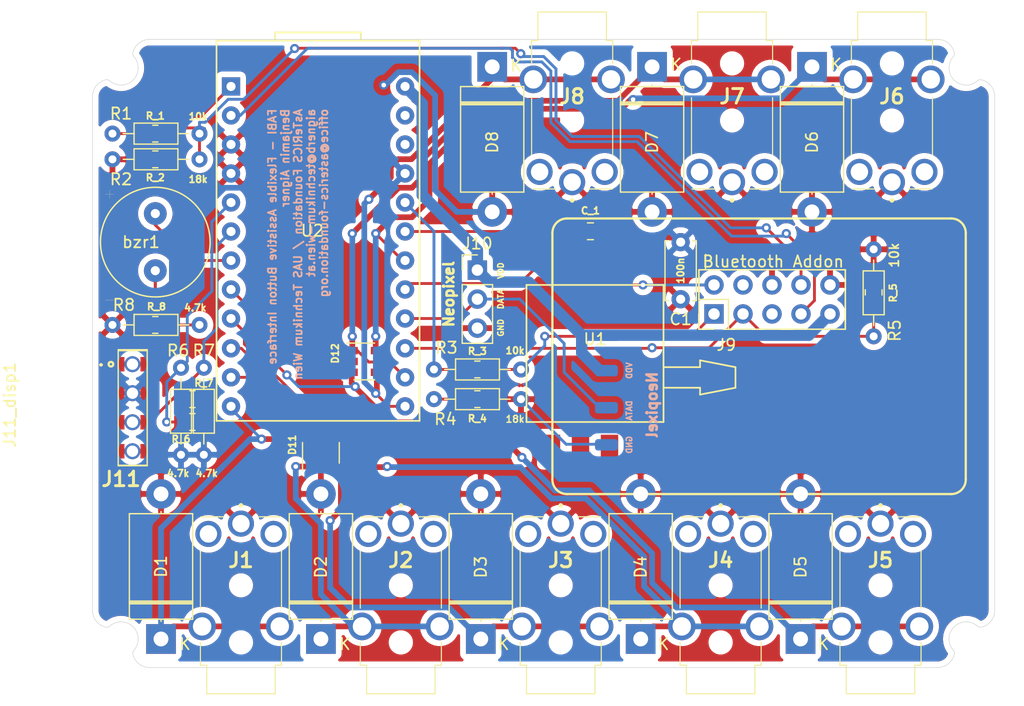
<source format=kicad_pcb>
(kicad_pcb (version 20171130) (host pcbnew "(5.1.8)-1")
  (layers (0 F.Cu signal) (31 B.Cu signal) (34 B.Paste user) (35 F.Paste user) (36 B.SilkS user) (37 F.SilkS user) (38 B.Mask user hide) (39 F.Mask user hide) (44 Edge.Cuts user))
  (net 0 "")
  (net 1 GND)
  (net 2 VCC)
  (net 3 AddOn_Pin3)
  (net 4 AddOn_Pin2)
  (net 5 AddOn_Pin1)
  (net 6 SCL)
  (net 7 SDA)
  (net 8 Buzzer_Pin)
  (net 9 ESP_AddOn_Pin1)
  (net 10 VDD)
  (net 11 "Net-(J1-Pad6SR)")
  (net 12 "Net-(J1-Pad2R)")
  (net 13 "Net-(J2-Pad6SR)")
  (net 14 "Net-(J2-Pad2R)")
  (net 15 "Net-(J3-Pad6SR)")
  (net 16 "Net-(J3-Pad2R)")
  (net 17 "Net-(J4-Pad6SR)")
  (net 18 "Net-(J4-Pad2R)")
  (net 19 "Net-(J5-Pad6SR)")
  (net 20 "Net-(J5-Pad2R)")
  (net 21 "Net-(J6-Pad6SR)")
  (net 22 "Net-(J6-Pad2R)")
  (net 23 "Net-(J7-Pad6SR)")
  (net 24 "Net-(J7-Pad2R)")
  (net 25 "Net-(J8-Pad6SR)")
  (net 26 "Net-(J8-Pad2R)")
  (net 27 "Net-(J9-Pad5)")
  (net 28 "Net-(J9-Pad4)")
  (net 29 "Net-(U1-Pad5)")
  (net 30 "Net-(U1-Pad6)")
  (net 31 "Net-(U1-Pad7)")
  (net 32 "Net-(U1-Pad8)")
  (net 33 "Net-(U1-Pad1)")
  (net 34 "Net-(U2-Pad23)")
  (net 35 "Net-(U2-Pad22)")
  (net 36 ESP_RX)
  (net 37 A_RX)
  (net 38 NEOPIXEL)
  (net 39 A_TX)
  (net 40 MPX)
  (net 41 "Net-(R8-Pad2)")
  (net 42 AUX_1)
  (net 43 AUX_2)
  (net 44 AUX_3)
  (net 45 AUX_4)
  (net 46 AUX_5)
  (net 47 AUX_6)
  (net 48 AUX_7)
  (net 49 AUX_8)
  (module Connector_Wire:SolderWirePad_1x01_SMD_1x2mm (layer B.Cu) (at 133.24 112.84 270)
    (fp_text reference J11_VDD1 hide)
    (fp_text value Conn_01x01_Male)
    (pad 1 smd roundrect (at 0 0 270) (size 1 2) (layers B.Cu B.Paste B.Mask) (net 10 VDD))
  )
  (module Connector_Wire:SolderWirePad_1x01_SMD_1x2mm (layer B.Cu) (at 133.24 119.34 270)
    (fp_text reference J11_GND1 hide)
    (fp_text value Conn_01x01_Male)
    (pad 1 smd roundrect (at 0 0 270) (size 1 2) (layers B.Cu B.Paste B.Mask) (net 1 GND))
  )
  (module Connector_Wire:SolderWirePad_1x01_SMD_1x2mm (layer B.Cu) (at 133.24 116.09 270)
    (fp_text reference J11_data1 hide)
    (fp_text value Conn_01x01_Male)
    (pad 1 smd roundrect (at 0 0 270) (size 1 2) (layers B.Cu B.Paste B.Mask) (net 38 NEOPIXEL))
  )
  (module Resistor_THT:R_Axial_DIN0204_L3.6mm_D1.6mm_P7.62mm_Horizontal (layer F.Cu) (at 118.14 112.74)
    (fp_text reference R3 (at 1.1 -1.9) (layer F.SilkS))
    (fp_text value 10k (at 7.1 -1.65) (layer F.SilkS) (effects (font (size 0.6 0.6))))
    (pad 2 thru_hole oval (at 7.62 0) (size 1.4 1.4) (drill 0.7) (layers *.Cu *.Mask) (net 9 ESP_AddOn_Pin1))
    (pad 1 thru_hole circle (at 0 0) (size 1.4 1.4) (drill 0.7) (layers *.Cu *.Mask) (net 5 AddOn_Pin1))
  )
  (module Resistor_THT:R_Axial_DIN0204_L3.6mm_D1.6mm_P7.62mm_Horizontal (layer F.Cu) (at 118.14 115.34)
    (fp_text reference R4 (at 1 1.75) (layer F.SilkS))
    (fp_text value 18k (at 7.1 1.75) (layer F.SilkS) (effects (font (size 0.6 0.6) (thickness 0.125))))
    (pad 2 thru_hole oval (at 7.62 0) (size 1.4 1.4) (drill 0.7) (layers *.Cu *.Mask) (net 1 GND))
    (pad 1 thru_hole circle (at 0 0) (size 1.4 1.4) (drill 0.7) (layers *.Cu *.Mask) (net 9 ESP_AddOn_Pin1))
  )
  (module SamacSys_Parts:FC68125 (layer F.Cu) (at 101.24 132.84 180)
    (fp_text reference J1 (at 0 3.4) (layer F.SilkS) (effects (font (size 1.27 1.27) (thickness 0.254))))
    (fp_text value Cliff_68125 hide)
    (pad MH2 np_thru_hole circle (at 0 1.2 180) (size 1.1 0) (drill 1.1) (layers *.Cu *.Mask))
    (pad MH1 np_thru_hole circle (at 0 -3.8 180) (size 1.1 0) (drill 1.1) (layers *.Cu *.Mask))
    (pad 6SR thru_hole circle (at 2.85 5.7 180) (size 2.285 2.285) (drill 1.5232) (layers *.Cu *.Mask) (net 11 "Net-(J1-Pad6SR)"))
    (pad 3T thru_hole circle (at 3.4 -2.4 180) (size 2.419 2.419) (drill 1.6125) (layers *.Cu *.Mask) (net 42 AUX_1))
    (pad 3T thru_hole circle (at -3.4 -2.4 180) (size 2.419 2.419) (drill 1.6125) (layers *.Cu *.Mask) (net 42 AUX_1))
    (pad 2R thru_hole circle (at -2.85 5.7 180) (size 2.285 2.285) (drill 1.5232) (layers *.Cu *.Mask) (net 12 "Net-(J1-Pad2R)"))
    (pad 1S thru_hole circle (at 0 6.6 180) (size 2.285 2.285) (drill 1.5232) (layers *.Cu *.Mask) (net 1 GND))
  )
  (module Resistor_THT:R_Axial_DIN0204_L3.6mm_D1.6mm_P7.62mm_Horizontal (layer F.Cu) (at 156.64 109.84 90)
    (fp_text reference R5 (at 0.5 1.85 90) (layer F.SilkS))
    (fp_text value 10k (at 7.1 1.8 90) (layer F.SilkS) (effects (font (size 0.8 0.8))))
    (pad 2 thru_hole oval (at 7.62 0 90) (size 1.4 1.4) (drill 0.7) (layers *.Cu *.Mask) (net 1 GND))
    (pad 1 thru_hole circle (at 0 0 90) (size 1.4 1.4) (drill 0.7) (layers *.Cu *.Mask) (net 3 AddOn_Pin3))
  )
  (module Resistor_SMD:R_0805_2012Metric_Pad1.20x1.40mm_HandSolder (layer F.Cu) (at 156.64 105.99 90)
    (fp_text reference R_5 (at -0.05 1.7 90) (layer F.SilkS) (effects (font (size 0.6 0.6))))
    (fp_text value 10k)
    (pad 2 smd roundrect (at 1 0 90) (size 1.2 1.4) (layers F.Cu F.Paste F.Mask) (roundrect_rratio 0.208333) (net 1 GND))
    (pad 1 smd roundrect (at -1 0 90) (size 1.2 1.4) (layers F.Cu F.Paste F.Mask) (roundrect_rratio 0.208333) (net 3 AddOn_Pin3))
  )
  (module FABI_customLibs:ProMicro (layer F.Cu) (at 107.99 100.59 270)
    (fp_text reference U2 (at 0 0.5 180) (layer F.SilkS))
    (fp_text value ProMicro)
    (pad 3 thru_hole circle (at -7.55 7.62 270) (size 1.6 1.6) (drill 0.8) (layers *.Cu *.Mask) (net 1 GND))
    (pad 7 thru_hole circle (at 2.61 7.62 270) (size 1.6 1.6) (drill 0.8) (layers *.Cu *.Mask) (net 8 Buzzer_Pin))
    (pad 5 thru_hole circle (at -2.47 7.62 270) (size 1.6 1.6) (drill 0.8) (layers *.Cu *.Mask) (net 7 SDA))
    (pad 10 thru_hole circle (at 10.3 7.62 270) (size 1.6 1.6) (drill 0.8) (layers *.Cu *.Mask) (net 44 AUX_3))
    (pad 8 thru_hole circle (at 5.15 7.62 270) (size 1.6 1.6) (drill 0.8) (layers *.Cu *.Mask) (net 46 AUX_5))
    (pad 4 thru_hole circle (at -5.01 7.62 270) (size 1.6 1.6) (drill 0.8) (layers *.Cu *.Mask) (net 1 GND))
    (pad 9 thru_hole circle (at 7.69 7.62 270) (size 1.6 1.6) (drill 0.8) (layers *.Cu *.Mask) (net 45 AUX_4))
    (pad 2 thru_hole circle (at -10.09 7.62 270) (size 1.6 1.6) (drill 0.8) (layers *.Cu *.Mask) (net 37 A_RX))
    (pad 1 thru_hole rect (at -12.63 7.62 270) (size 1.6 1.6) (drill 0.8) (layers *.Cu *.Mask) (net 39 A_TX))
    (pad 6 thru_hole circle (at 0.07 7.62 270) (size 1.6 1.6) (drill 0.8) (layers *.Cu *.Mask) (net 6 SCL))
    (pad 11 thru_hole circle (at 12.84 7.62 270) (size 1.6 1.6) (drill 0.8) (layers *.Cu *.Mask) (net 43 AUX_2))
    (pad 12 thru_hole circle (at 15.38 7.62 270) (size 1.6 1.6) (drill 0.8) (layers *.Cu *.Mask) (net 42 AUX_1))
    (pad 23 thru_hole circle (at -10.09 -7.62 270) (size 1.6 1.6) (drill 0.8) (layers *.Cu *.Mask) (net 34 "Net-(U2-Pad23)"))
    (pad 24 thru_hole circle (at -12.63 -7.62 270) (size 1.6 1.6) (drill 0.8) (layers *.Cu *.Mask) (net 10 VDD))
    (pad 22 thru_hole circle (at -7.55 -7.62 270) (size 1.6 1.6) (drill 0.8) (layers *.Cu *.Mask) (net 35 "Net-(U2-Pad22)"))
    (pad 21 thru_hole circle (at -5.01 -7.62 270) (size 1.6 1.6) (drill 0.8) (layers *.Cu *.Mask) (net 2 VCC))
    (pad 18 thru_hole circle (at 2.61 -7.62 270) (size 1.6 1.6) (drill 0.8) (layers *.Cu *.Mask) (net 47 AUX_6))
    (pad 17 thru_hole circle (at 5.15 -7.62 270) (size 1.6 1.6) (drill 0.8) (layers *.Cu *.Mask) (net 40 MPX))
    (pad 19 thru_hole circle (at 0.07 -7.62 270) (size 1.6 1.6) (drill 0.8) (layers *.Cu *.Mask) (net 4 AddOn_Pin2))
    (pad 20 thru_hole circle (at -2.47 -7.62 270) (size 1.6 1.6) (drill 0.8) (layers *.Cu *.Mask) (net 5 AddOn_Pin1))
    (pad 16 thru_hole circle (at 7.69 -7.62 270) (size 1.6 1.6) (drill 0.8) (layers *.Cu *.Mask) (net 38 NEOPIXEL))
    (pad 15 thru_hole circle (at 10.3 -7.62 270) (size 1.6 1.6) (drill 0.8) (layers *.Cu *.Mask) (net 3 AddOn_Pin3))
    (pad 14 thru_hole circle (at 12.84 -7.62 270) (size 1.6 1.6) (drill 0.8) (layers *.Cu *.Mask) (net 48 AUX_7))
    (pad 13 thru_hole circle (at 15.38 -7.62 270) (size 1.6 1.6) (drill 0.8) (layers *.Cu *.Mask) (net 49 AUX_8))
  )
  (module Package_TO_SOT_SMD:SOT-23-5 (layer F.Cu) (at 112.04 112.04)
    (fp_text reference D12 (at -2.55 -0.7 90) (layer F.SilkS) (effects (font (size 0.6 0.6))))
    (fp_text value SP0504BAHT)
    (pad 5 smd rect (at 1.1 -0.95) (size 1.06 0.65) (layers F.Cu F.Paste F.Mask) (net 47 AUX_6))
    (pad 4 smd rect (at 1.1 0.95) (size 1.06 0.65) (layers F.Cu F.Paste F.Mask) (net 49 AUX_8))
    (pad 3 smd rect (at -1.1 0.95) (size 1.06 0.65) (layers F.Cu F.Paste F.Mask) (net 46 AUX_5))
    (pad 2 smd rect (at -1.1 0) (size 1.06 0.65) (layers F.Cu F.Paste F.Mask) (net 1 GND))
    (pad 1 smd rect (at -1.1 -0.95) (size 1.06 0.65) (layers F.Cu F.Paste F.Mask) (net 48 AUX_7))
  )
  (module FABI_customLibs:OLED_display_091 (layer F.Cu) (at 90.49 116.09 90)
    (fp_text reference J11_disp1 (at 0.25 -9.5 90) (layer F.SilkS))
    (fp_text value Conn_01x04_Female)
  )
  (module SamacSys_Parts:FC68125 (layer F.Cu) (at 143.24 132.84 180)
    (fp_text reference J4 (at 0 3.4) (layer F.SilkS) (effects (font (size 1.27 1.27) (thickness 0.254))))
    (fp_text value Cliff_68125 hide)
    (pad MH2 np_thru_hole circle (at 0 1.2 180) (size 1.1 0) (drill 1.1) (layers *.Cu *.Mask))
    (pad MH1 np_thru_hole circle (at 0 -3.8 180) (size 1.1 0) (drill 1.1) (layers *.Cu *.Mask))
    (pad 6SR thru_hole circle (at 2.85 5.7 180) (size 2.285 2.285) (drill 1.5232) (layers *.Cu *.Mask) (net 17 "Net-(J4-Pad6SR)"))
    (pad 3T thru_hole circle (at 3.4 -2.4 180) (size 2.419 2.419) (drill 1.6125) (layers *.Cu *.Mask) (net 45 AUX_4))
    (pad 3T thru_hole circle (at -3.4 -2.4 180) (size 2.419 2.419) (drill 1.6125) (layers *.Cu *.Mask) (net 45 AUX_4))
    (pad 2R thru_hole circle (at -2.85 5.7 180) (size 2.285 2.285) (drill 1.5232) (layers *.Cu *.Mask) (net 18 "Net-(J4-Pad2R)"))
    (pad 1S thru_hole circle (at 0 6.6 180) (size 2.285 2.285) (drill 1.5232) (layers *.Cu *.Mask) (net 1 GND))
  )
  (module FABI_customLibs:91601304LF (layer F.Cu) (at 91.74 116.09 270)
    (fp_text reference J11 (at 6.25 1 180) (layer F.SilkS) (effects (font (size 1.27 1.27) (thickness 0.254))))
    (fp_text value dispaly_connector_91601-304LF hide)
    (pad 1 smd rect (at -3.81 1.4 270) (size 1.27 1.4) (layers F.Cu F.Paste F.Mask) (net 1 GND))
    (pad 1 smd rect (at -3.81 -1.4 270) (size 1.27 1.4) (layers F.Cu F.Paste F.Mask) (net 1 GND))
    (pad 3 smd rect (at -1.27 1.4 270) (size 1.27 1.4) (layers F.Cu F.Paste F.Mask) (net 2 VCC))
    (pad 3 smd rect (at -1.27 -1.4 270) (size 1.27 1.4) (layers F.Cu F.Paste F.Mask) (net 2 VCC))
    (pad 5 smd rect (at 1.27 1.4 270) (size 1.27 1.4) (layers F.Cu F.Paste F.Mask) (net 6 SCL))
    (pad 5 smd rect (at 1.27 -1.4 270) (size 1.27 1.4) (layers F.Cu F.Paste F.Mask) (net 6 SCL))
    (pad 7 smd rect (at 3.81 1.4 270) (size 1.27 1.4) (layers F.Cu F.Paste F.Mask) (net 7 SDA))
    (pad 7 smd rect (at 3.81 -1.4 270) (size 1.27 1.4) (layers F.Cu F.Paste F.Mask) (net 7 SDA))
    (pad 1 thru_hole circle (at -3.81 0 270) (size 1.4 1.4) (drill 1) (layers *.Cu *.Mask) (net 1 GND))
    (pad 3 thru_hole circle (at -1.27 0 270) (size 1.4 1.4) (drill 1) (layers *.Cu *.Mask) (net 2 VCC))
    (pad 5 thru_hole circle (at 1.27 0 270) (size 1.4 1.4) (drill 1) (layers *.Cu *.Mask) (net 6 SCL))
    (pad 7 thru_hole circle (at 3.81 0 270) (size 1.4 1.4) (drill 1) (layers *.Cu *.Mask) (net 7 SDA))
  )
  (module MPXV7007GP:MPXV7007GP (layer F.Cu) (at 132.24 111.34 90)
    (fp_text reference U1 (at 1.25 0 180) (layer F.SilkS))
    (fp_text value MPXV7007GP)
    (pad 4 smd rect (at 8.382 -3.81 90) (size 2.54 1.524) (layers F.Cu F.Paste F.Mask) (net 40 MPX))
    (pad 2 smd rect (at 8.382 1.27 90) (size 2.54 1.524) (layers F.Cu F.Paste F.Mask) (net 2 VCC))
    (pad 3 smd rect (at 8.382 -1.27 90) (size 2.54 1.524) (layers F.Cu F.Paste F.Mask) (net 1 GND))
    (pad 1 smd rect (at 8.382 3.81 90) (size 2.54 1.524) (layers F.Cu F.Paste F.Mask) (net 33 "Net-(U1-Pad1)"))
    (pad 8 smd rect (at -8.382 3.81 90) (size 2.54 1.524) (layers F.Cu F.Paste F.Mask) (net 32 "Net-(U1-Pad8)"))
    (pad 7 smd rect (at -8.382 1.27 90) (size 2.54 1.524) (layers F.Cu F.Paste F.Mask) (net 31 "Net-(U1-Pad7)"))
    (pad 6 smd rect (at -8.382 -1.27 90) (size 2.54 1.524) (layers F.Cu F.Paste F.Mask) (net 30 "Net-(U1-Pad6)"))
    (pad 5 smd rect (at -8.382 -3.81 90) (size 2.54 1.524) (layers F.Cu F.Paste F.Mask) (net 29 "Net-(U1-Pad5)"))
  )
  (module FABI_customLibs:ESP32_Addon (layer F.Cu) (at 147.76 106.62 90)
    (fp_text reference REF** hide)
    (fp_text value ESP32_Addon)
  )
  (module Resistor_SMD:R_0805_2012Metric_Pad1.20x1.40mm_HandSolder (layer F.Cu) (at 93.74 94.34 180)
    (fp_text reference R_2 (at 0 -1.6) (layer F.SilkS) (effects (font (size 0.6 0.6))))
    (fp_text value 18k)
    (pad 2 smd roundrect (at 1 0 180) (size 1.2 1.4) (layers F.Cu F.Paste F.Mask) (roundrect_rratio 0.208333) (net 1 GND))
    (pad 1 smd roundrect (at -1 0 180) (size 1.2 1.4) (layers F.Cu F.Paste F.Mask) (roundrect_rratio 0.208333) (net 36 ESP_RX))
  )
  (module Resistor_SMD:R_0805_2012Metric_Pad1.20x1.40mm_HandSolder (layer F.Cu) (at 93.74 92.09)
    (fp_text reference R_1 (at 0 -1.55) (layer F.SilkS) (effects (font (size 0.6 0.6))))
    (fp_text value 10k)
    (pad 2 smd roundrect (at 1 0) (size 1.2 1.4) (layers F.Cu F.Paste F.Mask) (roundrect_rratio 0.208333) (net 36 ESP_RX))
    (pad 1 smd roundrect (at -1 0) (size 1.2 1.4) (layers F.Cu F.Paste F.Mask) (roundrect_rratio 0.208333) (net 39 A_TX))
  )
  (module Resistor_THT:R_Axial_DIN0204_L3.6mm_D1.6mm_P7.62mm_Horizontal (layer F.Cu) (at 95.99 112.59 270)
    (fp_text reference R6 (at -1.5 0.25) (layer F.SilkS))
    (fp_text value 4.7k (at 9.25 0.25) (layer F.SilkS) (effects (font (size 0.6 0.6))))
    (pad 2 thru_hole oval (at 7.62 0 270) (size 1.4 1.4) (drill 0.7) (layers *.Cu *.Mask) (net 2 VCC))
    (pad 1 thru_hole circle (at 0 0 270) (size 1.4 1.4) (drill 0.7) (layers *.Cu *.Mask) (net 7 SDA))
  )
  (module Connector_PinHeader_2.54mm:PinHeader_2x05_P2.54mm_Vertical (layer F.Cu) (at 142.66 107.88 90)
    (fp_text reference J9 (at -2.71 1.08 180) (layer F.SilkS))
    (fp_text value Conn_02x05_Odd_Even)
    (pad 10 thru_hole oval (at 2.54 10.16 90) (size 1.7 1.7) (drill 1) (layers *.Cu *.Mask) (net 1 GND))
    (pad 9 thru_hole oval (at 0 10.16 90) (size 1.7 1.7) (drill 1) (layers *.Cu *.Mask) (net 10 VDD))
    (pad 8 thru_hole oval (at 2.54 7.62 90) (size 1.7 1.7) (drill 1) (layers *.Cu *.Mask) (net 36 ESP_RX))
    (pad 7 thru_hole oval (at 0 7.62 90) (size 1.7 1.7) (drill 1) (layers *.Cu *.Mask) (net 37 A_RX))
    (pad 6 thru_hole oval (at 2.54 5.08 90) (size 1.7 1.7) (drill 1) (layers *.Cu *.Mask) (net 1 GND))
    (pad 5 thru_hole oval (at 0 5.08 90) (size 1.7 1.7) (drill 1) (layers *.Cu *.Mask) (net 27 "Net-(J9-Pad5)"))
    (pad 4 thru_hole oval (at 2.54 2.54 90) (size 1.7 1.7) (drill 1) (layers *.Cu *.Mask) (net 28 "Net-(J9-Pad4)"))
    (pad 3 thru_hole oval (at 0 2.54 90) (size 1.7 1.7) (drill 1) (layers *.Cu *.Mask) (net 3 AddOn_Pin3))
    (pad 2 thru_hole oval (at 2.54 0 90) (size 1.7 1.7) (drill 1) (layers *.Cu *.Mask) (net 4 AddOn_Pin2))
    (pad 1 thru_hole rect (at 0 0 90) (size 1.7 1.7) (drill 1) (layers *.Cu *.Mask) (net 9 ESP_AddOn_Pin1))
  )
  (module SamacSys_Parts:FC68125 (layer F.Cu) (at 144.24 89.74)
    (fp_text reference J7 (at 0 -0.9) (layer F.SilkS) (effects (font (size 1.27 1.27) (thickness 0.254))))
    (fp_text value Cliff_68125 hide)
    (pad MH2 np_thru_hole circle (at 0 1.2) (size 1.1 0) (drill 1.1) (layers *.Cu *.Mask))
    (pad MH1 np_thru_hole circle (at 0 -3.8) (size 1.1 0) (drill 1.1) (layers *.Cu *.Mask))
    (pad 6SR thru_hole circle (at 2.85 5.7) (size 2.285 2.285) (drill 1.5232) (layers *.Cu *.Mask) (net 23 "Net-(J7-Pad6SR)"))
    (pad 3T thru_hole circle (at 3.4 -2.4) (size 2.419 2.419) (drill 1.6125) (layers *.Cu *.Mask) (net 48 AUX_7))
    (pad 3T thru_hole circle (at -3.4 -2.4) (size 2.419 2.419) (drill 1.6125) (layers *.Cu *.Mask) (net 48 AUX_7))
    (pad 2R thru_hole circle (at -2.85 5.7) (size 2.285 2.285) (drill 1.5232) (layers *.Cu *.Mask) (net 24 "Net-(J7-Pad2R)"))
    (pad 1S thru_hole circle (at 0 6.6) (size 2.285 2.285) (drill 1.5232) (layers *.Cu *.Mask) (net 1 GND))
  )
  (module SamacSys_Parts:FC68125 (layer F.Cu) (at 158.24 89.74)
    (fp_text reference J6 (at 0 -0.9) (layer F.SilkS) (effects (font (size 1.27 1.27) (thickness 0.254))))
    (fp_text value Cliff_68125 hide)
    (pad MH2 np_thru_hole circle (at 0 1.2) (size 1.1 0) (drill 1.1) (layers *.Cu *.Mask))
    (pad MH1 np_thru_hole circle (at 0 -3.8) (size 1.1 0) (drill 1.1) (layers *.Cu *.Mask))
    (pad 6SR thru_hole circle (at 2.85 5.7) (size 2.285 2.285) (drill 1.5232) (layers *.Cu *.Mask) (net 21 "Net-(J6-Pad6SR)"))
    (pad 3T thru_hole circle (at 3.4 -2.4) (size 2.419 2.419) (drill 1.6125) (layers *.Cu *.Mask) (net 47 AUX_6))
    (pad 3T thru_hole circle (at -3.4 -2.4) (size 2.419 2.419) (drill 1.6125) (layers *.Cu *.Mask) (net 47 AUX_6))
    (pad 2R thru_hole circle (at -2.85 5.7) (size 2.285 2.285) (drill 1.5232) (layers *.Cu *.Mask) (net 22 "Net-(J6-Pad2R)"))
    (pad 1S thru_hole circle (at 0 6.6) (size 2.285 2.285) (drill 1.5232) (layers *.Cu *.Mask) (net 1 GND))
  )
  (module SamacSys_Parts:FC68125 (layer F.Cu) (at 115.24 132.84 180)
    (fp_text reference J2 (at 0 3.4) (layer F.SilkS) (effects (font (size 1.27 1.27) (thickness 0.254))))
    (fp_text value Cliff_68125 hide)
    (pad MH2 np_thru_hole circle (at 0 1.2 180) (size 1.1 0) (drill 1.1) (layers *.Cu *.Mask))
    (pad MH1 np_thru_hole circle (at 0 -3.8 180) (size 1.1 0) (drill 1.1) (layers *.Cu *.Mask))
    (pad 6SR thru_hole circle (at 2.85 5.7 180) (size 2.285 2.285) (drill 1.5232) (layers *.Cu *.Mask) (net 13 "Net-(J2-Pad6SR)"))
    (pad 3T thru_hole circle (at 3.4 -2.4 180) (size 2.419 2.419) (drill 1.6125) (layers *.Cu *.Mask) (net 43 AUX_2))
    (pad 3T thru_hole circle (at -3.4 -2.4 180) (size 2.419 2.419) (drill 1.6125) (layers *.Cu *.Mask) (net 43 AUX_2))
    (pad 2R thru_hole circle (at -2.85 5.7 180) (size 2.285 2.285) (drill 1.5232) (layers *.Cu *.Mask) (net 14 "Net-(J2-Pad2R)"))
    (pad 1S thru_hole circle (at 0 6.6 180) (size 2.285 2.285) (drill 1.5232) (layers *.Cu *.Mask) (net 1 GND))
  )
  (module Connector_PinHeader_2.54mm:PinHeader_1x03_P2.54mm_Vertical (layer F.Cu) (at 121.94 104.04)
    (fp_text reference J10 (at 0 -2.33) (layer F.SilkS))
    (fp_text value Conn_01x03_Male)
    (pad 3 thru_hole oval (at 0 5.08) (size 1.7 1.7) (drill 1) (layers *.Cu *.Mask) (net 1 GND))
    (pad 2 thru_hole oval (at 0 2.54) (size 1.7 1.7) (drill 1) (layers *.Cu *.Mask) (net 38 NEOPIXEL))
    (pad 1 thru_hole rect (at 0 0) (size 1.7 1.7) (drill 1) (layers *.Cu *.Mask) (net 10 VDD))
  )
  (module Resistor_THT:R_Axial_DIN0204_L3.6mm_D1.6mm_P7.62mm_Horizontal (layer F.Cu) (at 97.99 112.59 270)
    (fp_text reference R7 (at -1.5 0 180) (layer F.SilkS))
    (fp_text value 4.7k (at 9.25 -0.25 180) (layer F.SilkS) (effects (font (size 0.6 0.6))))
    (pad 2 thru_hole oval (at 7.62 0 270) (size 1.4 1.4) (drill 0.7) (layers *.Cu *.Mask) (net 2 VCC))
    (pad 1 thru_hole circle (at 0 0 270) (size 1.4 1.4) (drill 0.7) (layers *.Cu *.Mask) (net 6 SCL))
  )
  (module Resistor_SMD:R_0805_2012Metric_Pad1.20x1.40mm_HandSolder (layer F.Cu) (at 121.94 115.34)
    (fp_text reference R_4 (at 0 1.7) (layer F.SilkS) (effects (font (size 0.6 0.6))))
    (fp_text value 18k)
    (pad 2 smd roundrect (at 1 0) (size 1.2 1.4) (layers F.Cu F.Paste F.Mask) (roundrect_rratio 0.208333) (net 1 GND))
    (pad 1 smd roundrect (at -1 0) (size 1.2 1.4) (layers F.Cu F.Paste F.Mask) (roundrect_rratio 0.208333) (net 9 ESP_AddOn_Pin1))
  )
  (module Resistor_SMD:R_0805_2012Metric_Pad1.20x1.40mm_HandSolder (layer F.Cu) (at 121.94 112.74)
    (fp_text reference R_3 (at 0 -1.6) (layer F.SilkS) (effects (font (size 0.6 0.6))))
    (fp_text value 10k)
    (pad 2 smd roundrect (at 1 0) (size 1.2 1.4) (layers F.Cu F.Paste F.Mask) (roundrect_rratio 0.208333) (net 9 ESP_AddOn_Pin1))
    (pad 1 smd roundrect (at -1 0) (size 1.2 1.4) (layers F.Cu F.Paste F.Mask) (roundrect_rratio 0.208333) (net 5 AddOn_Pin1))
  )
  (module SamacSys_Parts:FC68125 (layer F.Cu) (at 130.24 89.74)
    (fp_text reference J8 (at 0 -0.9) (layer F.SilkS) (effects (font (size 1.27 1.27) (thickness 0.254))))
    (fp_text value Cliff_68125 hide)
    (pad MH2 np_thru_hole circle (at 0 1.2) (size 1.1 0) (drill 1.1) (layers *.Cu *.Mask))
    (pad MH1 np_thru_hole circle (at 0 -3.8) (size 1.1 0) (drill 1.1) (layers *.Cu *.Mask))
    (pad 6SR thru_hole circle (at 2.85 5.7) (size 2.285 2.285) (drill 1.5232) (layers *.Cu *.Mask) (net 25 "Net-(J8-Pad6SR)"))
    (pad 3T thru_hole circle (at 3.4 -2.4) (size 2.419 2.419) (drill 1.6125) (layers *.Cu *.Mask) (net 49 AUX_8))
    (pad 3T thru_hole circle (at -3.4 -2.4) (size 2.419 2.419) (drill 1.6125) (layers *.Cu *.Mask) (net 49 AUX_8))
    (pad 2R thru_hole circle (at -2.85 5.7) (size 2.285 2.285) (drill 1.5232) (layers *.Cu *.Mask) (net 26 "Net-(J8-Pad2R)"))
    (pad 1S thru_hole circle (at 0 6.6) (size 2.285 2.285) (drill 1.5232) (layers *.Cu *.Mask) (net 1 GND))
  )
  (module SamacSys_Parts:FC68125 (layer F.Cu) (at 157.24 132.84 180)
    (fp_text reference J5 (at 0 3.4) (layer F.SilkS) (effects (font (size 1.27 1.27) (thickness 0.254))))
    (fp_text value Cliff_68125 hide)
    (pad MH2 np_thru_hole circle (at 0 1.2 180) (size 1.1 0) (drill 1.1) (layers *.Cu *.Mask))
    (pad MH1 np_thru_hole circle (at 0 -3.8 180) (size 1.1 0) (drill 1.1) (layers *.Cu *.Mask))
    (pad 6SR thru_hole circle (at 2.85 5.7 180) (size 2.285 2.285) (drill 1.5232) (layers *.Cu *.Mask) (net 19 "Net-(J5-Pad6SR)"))
    (pad 3T thru_hole circle (at 3.4 -2.4 180) (size 2.419 2.419) (drill 1.6125) (layers *.Cu *.Mask) (net 46 AUX_5))
    (pad 3T thru_hole circle (at -3.4 -2.4 180) (size 2.419 2.419) (drill 1.6125) (layers *.Cu *.Mask) (net 46 AUX_5))
    (pad 2R thru_hole circle (at -2.85 5.7 180) (size 2.285 2.285) (drill 1.5232) (layers *.Cu *.Mask) (net 20 "Net-(J5-Pad2R)"))
    (pad 1S thru_hole circle (at 0 6.6 180) (size 2.285 2.285) (drill 1.5232) (layers *.Cu *.Mask) (net 1 GND))
  )
  (module SamacSys_Parts:FC68125 (layer F.Cu) (at 129.24 132.84 180)
    (fp_text reference J3 (at 0 3.4) (layer F.SilkS) (effects (font (size 1.27 1.27) (thickness 0.254))))
    (fp_text value Cliff_68125 hide)
    (pad MH2 np_thru_hole circle (at 0 1.2 180) (size 1.1 0) (drill 1.1) (layers *.Cu *.Mask))
    (pad MH1 np_thru_hole circle (at 0 -3.8 180) (size 1.1 0) (drill 1.1) (layers *.Cu *.Mask))
    (pad 6SR thru_hole circle (at 2.85 5.7 180) (size 2.285 2.285) (drill 1.5232) (layers *.Cu *.Mask) (net 15 "Net-(J3-Pad6SR)"))
    (pad 3T thru_hole circle (at 3.4 -2.4 180) (size 2.419 2.419) (drill 1.6125) (layers *.Cu *.Mask) (net 44 AUX_3))
    (pad 3T thru_hole circle (at -3.4 -2.4 180) (size 2.419 2.419) (drill 1.6125) (layers *.Cu *.Mask) (net 44 AUX_3))
    (pad 2R thru_hole circle (at -2.85 5.7 180) (size 2.285 2.285) (drill 1.5232) (layers *.Cu *.Mask) (net 16 "Net-(J3-Pad2R)"))
    (pad 1S thru_hole circle (at 0 6.6 180) (size 2.285 2.285) (drill 1.5232) (layers *.Cu *.Mask) (net 1 GND))
  )
  (module Resistor_SMD:R_0805_2012Metric_Pad1.20x1.40mm_HandSolder (layer F.Cu) (at 93.74 108.84)
    (fp_text reference R_8 (at 0.1 -1.6 180) (layer F.SilkS) (effects (font (size 0.6 0.6))))
    (fp_text value 4.7k)
    (pad 2 smd roundrect (at 1 0) (size 1.2 1.4) (layers F.Cu F.Paste F.Mask) (roundrect_rratio 0.208333) (net 41 "Net-(R8-Pad2)"))
    (pad 1 smd roundrect (at -1 0) (size 1.2 1.4) (layers F.Cu F.Paste F.Mask) (roundrect_rratio 0.208333) (net 1 GND))
  )
  (module Resistor_SMD:R_0805_2012Metric_Pad1.20x1.40mm_HandSolder (layer F.Cu) (at 96.99 117.34)
    (fp_text reference R_6 (at -1 1.5) (layer F.SilkS) (effects (font (size 0.6 0.6))))
    (fp_text value 4.7k)
    (pad 2 smd roundrect (at 1 0) (size 1.2 1.4) (layers F.Cu F.Paste F.Mask) (roundrect_rratio 0.208333) (net 2 VCC))
    (pad 1 smd roundrect (at -1 0) (size 1.2 1.4) (layers F.Cu F.Paste F.Mask) (roundrect_rratio 0.208333) (net 7 SDA))
  )
  (module Resistor_SMD:R_0805_2012Metric_Pad1.20x1.40mm_HandSolder (layer F.Cu) (at 96.99 115.34)
    (fp_text reference R_7 (at 1 -1.4) (layer F.SilkS) (effects (font (size 0.6 0.6))))
    (fp_text value 4.7k)
    (pad 2 smd roundrect (at 1 0) (size 1.2 1.4) (layers F.Cu F.Paste F.Mask) (roundrect_rratio 0.208333) (net 2 VCC))
    (pad 1 smd roundrect (at -1 0) (size 1.2 1.4) (layers F.Cu F.Paste F.Mask) (roundrect_rratio 0.208333) (net 6 SCL))
  )
  (module Capacitor_SMD:C_0805_2012Metric_Pad1.18x1.45mm_HandSolder (layer F.Cu) (at 131.84 100.64 180)
    (fp_text reference C_1 (at 0 1.8) (layer F.SilkS) (effects (font (size 0.6 0.6))))
    (fp_text value 100n)
    (pad 2 smd roundrect (at 1.0375 0 180) (size 1.175 1.45) (layers F.Cu F.Paste F.Mask) (roundrect_rratio 0.212766) (net 1 GND))
    (pad 1 smd roundrect (at -1.0375 0 180) (size 1.175 1.45) (layers F.Cu F.Paste F.Mask) (roundrect_rratio 0.212766) (net 2 VCC))
  )
  (module Capacitor_THT:C_Disc_D5.0mm_W2.5mm_P5.00mm (layer F.Cu) (at 139.74 101.59 270)
    (fp_text reference C1 (at 6.75 0 180) (layer F.SilkS))
    (fp_text value 100n (at 2.5 0 270) (layer F.SilkS) (effects (font (size 0.6 0.6))))
    (pad 2 thru_hole circle (at 5 0 270) (size 1.6 1.6) (drill 0.8) (layers *.Cu *.Mask) (net 1 GND))
    (pad 1 thru_hole circle (at 0 0 270) (size 1.6 1.6) (drill 0.8) (layers *.Cu *.Mask) (net 2 VCC))
  )
  (module Diode_THT:D_DO-201AE_P12.70mm_Horizontal (layer F.Cu) (at 123.24 86.24 270)
    (fp_text reference D8 (at 6.6 0 270) (layer F.SilkS))
    (fp_text value P6KE6.8A)
    (fp_text user K (at -0.1 -2.1 180) (layer F.SilkS))
    (pad 2 thru_hole oval (at 12.7 0 270) (size 2.6 2.6) (drill 1.3) (layers *.Cu *.Mask) (net 1 GND))
    (pad 1 thru_hole rect (at 0 0 270) (size 2.6 2.6) (drill 1.3) (layers *.Cu *.Mask) (net 49 AUX_8))
  )
  (module Diode_THT:D_DO-201AE_P12.70mm_Horizontal (layer F.Cu) (at 137.24 86.24 270)
    (fp_text reference D7 (at 6.6 0 90) (layer F.SilkS))
    (fp_text value P6KE6.8A)
    (fp_text user K (at -0.2 -2.1 180) (layer F.SilkS))
    (pad 2 thru_hole oval (at 12.7 0 270) (size 2.6 2.6) (drill 1.3) (layers *.Cu *.Mask) (net 1 GND))
    (pad 1 thru_hole rect (at 0 0 270) (size 2.6 2.6) (drill 1.3) (layers *.Cu *.Mask) (net 48 AUX_7))
  )
  (module Diode_THT:D_DO-201AE_P12.70mm_Horizontal (layer F.Cu) (at 151.24 86.24 270)
    (fp_text reference D6 (at 6.6 0 90) (layer F.SilkS))
    (fp_text value P6KE6.8A)
    (fp_text user K (at -0.2 -2.1 180) (layer F.SilkS))
    (pad 2 thru_hole oval (at 12.7 0 270) (size 2.6 2.6) (drill 1.3) (layers *.Cu *.Mask) (net 1 GND))
    (pad 1 thru_hole rect (at 0 0 270) (size 2.6 2.6) (drill 1.3) (layers *.Cu *.Mask) (net 47 AUX_6))
  )
  (module Diode_THT:D_DO-201AE_P12.70mm_Horizontal (layer F.Cu) (at 150.24 136.34 90)
    (fp_text reference D5 (at 6.3 0 90) (layer F.SilkS))
    (fp_text value P6KE6.8A)
    (fp_text user K (at -0.45 2 180) (layer F.SilkS))
    (pad 2 thru_hole oval (at 12.7 0 90) (size 2.6 2.6) (drill 1.3) (layers *.Cu *.Mask) (net 1 GND))
    (pad 1 thru_hole rect (at 0 0 90) (size 2.6 2.6) (drill 1.3) (layers *.Cu *.Mask) (net 46 AUX_5))
  )
  (module Diode_THT:D_DO-201AE_P12.70mm_Horizontal (layer F.Cu) (at 136.24 136.34 90)
    (fp_text reference D4 (at 6.3 0 270) (layer F.SilkS))
    (fp_text value P6KE6.8A)
    (fp_text user K (at -0.45 2 180) (layer F.SilkS))
    (pad 2 thru_hole oval (at 12.7 0 90) (size 2.6 2.6) (drill 1.3) (layers *.Cu *.Mask) (net 1 GND))
    (pad 1 thru_hole rect (at 0 0 90) (size 2.6 2.6) (drill 1.3) (layers *.Cu *.Mask) (net 45 AUX_4))
  )
  (module Diode_THT:D_DO-201AE_P12.70mm_Horizontal (layer F.Cu) (at 122.24 136.34 90)
    (fp_text reference D3 (at 6.3 0 270) (layer F.SilkS))
    (fp_text value P6KE6.8A)
    (fp_text user K (at -0.45 2 180) (layer F.SilkS))
    (pad 2 thru_hole oval (at 12.7 0 90) (size 2.6 2.6) (drill 1.3) (layers *.Cu *.Mask) (net 1 GND))
    (pad 1 thru_hole rect (at 0 0 90) (size 2.6 2.6) (drill 1.3) (layers *.Cu *.Mask) (net 44 AUX_3))
  )
  (module Diode_THT:D_DO-201AE_P12.70mm_Horizontal (layer F.Cu) (at 94.24 136.34 90)
    (fp_text reference D1 (at 6.35 0 270) (layer F.SilkS))
    (fp_text value P6KE6.8A)
    (fp_text user K (at -0.45 2.1 180) (layer F.SilkS))
    (pad 2 thru_hole oval (at 12.7 0 90) (size 2.6 2.6) (drill 1.3) (layers *.Cu *.Mask) (net 1 GND))
    (pad 1 thru_hole rect (at 0 0 90) (size 2.6 2.6) (drill 1.3) (layers *.Cu *.Mask) (net 42 AUX_1))
  )
  (module Diode_THT:D_DO-201AE_P12.70mm_Horizontal (layer F.Cu) (at 108.24 136.34 90)
    (fp_text reference D2 (at 6.3 0 270) (layer F.SilkS))
    (fp_text value P6KE6.8A)
    (fp_text user K (at -0.45 2.1 180) (layer F.SilkS))
    (pad 2 thru_hole oval (at 12.7 0 90) (size 2.6 2.6) (drill 1.3) (layers *.Cu *.Mask) (net 1 GND))
    (pad 1 thru_hole rect (at 0 0 90) (size 2.6 2.6) (drill 1.3) (layers *.Cu *.Mask) (net 43 AUX_2))
  )
  (module Resistor_THT:R_Axial_DIN0204_L3.6mm_D1.6mm_P7.62mm_Horizontal (layer F.Cu) (at 89.99 108.84)
    (fp_text reference R8 (at 1 -1.75) (layer F.SilkS))
    (fp_text value 4.7k (at 7.25 -1.5 -180) (layer F.SilkS) (effects (font (size 0.6 0.6))))
    (pad 2 thru_hole oval (at 7.62 0) (size 1.4 1.4) (drill 0.7) (layers *.Cu *.Mask) (net 41 "Net-(R8-Pad2)"))
    (pad 1 thru_hole circle (at 0 0) (size 1.4 1.4) (drill 0.7) (layers *.Cu *.Mask) (net 1 GND))
  )
  (module CMI-9605IC-0380T:CUI_CMI-9605IC-0380T (layer F.Cu) (at 93.74 101.59)
    (fp_text reference bzr1 (at -1.25 0) (layer F.SilkS))
    (fp_text value CMI-9605IC-0380T)
    (fp_text user - (at -4 4.99) (layer F.SilkS) (effects (font (thickness 0.015))))
    (fp_text user + (at -4 -4.27) (layer F.SilkS) (effects (font (thickness 0.015))))
    (pad N thru_hole circle (at 0 2.5) (size 2 2) (drill 0.8) (layers *.Cu *.Mask) (net 41 "Net-(R8-Pad2)"))
    (pad P thru_hole circle (at 0 -2.5) (size 2 2) (drill 0.8) (layers *.Cu *.Mask) (net 8 Buzzer_Pin))
  )
  (module Resistor_THT:R_Axial_DIN0204_L3.6mm_D1.6mm_P7.62mm_Horizontal (layer F.Cu) (at 97.61 94.34 180)
    (fp_text reference R2 (at 6.87 -1.75) (layer F.SilkS))
    (fp_text value 18k (at 0.12 -1.75) (layer F.SilkS) (effects (font (size 0.6 0.6))))
    (pad 2 thru_hole oval (at 7.62 0 180) (size 1.4 1.4) (drill 0.7) (layers *.Cu *.Mask) (net 1 GND))
    (pad 1 thru_hole circle (at 0 0 180) (size 1.4 1.4) (drill 0.7) (layers *.Cu *.Mask) (net 36 ESP_RX))
  )
  (module Resistor_THT:R_Axial_DIN0204_L3.6mm_D1.6mm_P7.62mm_Horizontal (layer F.Cu) (at 89.99 92.09)
    (fp_text reference R1 (at 0.75 -1.75 180) (layer F.SilkS))
    (fp_text value 10k (at 7.5 -1.5) (layer F.SilkS) (effects (font (size 0.6 0.6))))
    (pad 2 thru_hole oval (at 7.62 0) (size 1.4 1.4) (drill 0.7) (layers *.Cu *.Mask) (net 36 ESP_RX))
    (pad 1 thru_hole circle (at 0 0) (size 1.4 1.4) (drill 0.7) (layers *.Cu *.Mask) (net 39 A_TX))
  )
  (module Package_TO_SOT_SMD:SOT-23-5 (layer F.Cu) (at 108.24 120.04 90)
    (fp_text reference D11 (at 0.7 -2.5 270) (layer F.SilkS) (effects (font (size 0.6 0.6))))
    (fp_text value SP0504BAHT)
    (pad 5 smd rect (at 1.1 -0.95 90) (size 1.06 0.65) (layers F.Cu F.Paste F.Mask) (net 42 AUX_1))
    (pad 4 smd rect (at 1.1 0.95 90) (size 1.06 0.65) (layers F.Cu F.Paste F.Mask) (net 45 AUX_4))
    (pad 3 smd rect (at -1.1 0.95 90) (size 1.06 0.65) (layers F.Cu F.Paste F.Mask) (net 44 AUX_3))
    (pad 2 smd rect (at -1.1 0 90) (size 1.06 0.65) (layers F.Cu F.Paste F.Mask) (net 1 GND))
    (pad 1 smd rect (at -1.1 -0.95 90) (size 1.06 0.65) (layers F.Cu F.Paste F.Mask) (net 43 AUX_2))
  )
  (gr_text DATA (at 135.24 116.34 90) (layer B.SilkS) (effects (font (size 0.5 0.5) (thickness 0.125)) (justify mirror)))
  (gr_text GND (at 135.24 119.34 90) (layer B.SilkS) (effects (font (size 0.5 0.5) (thickness 0.125)) (justify mirror)))
  (gr_text VDD (at 135.24 112.84 90) (layer B.SilkS) (effects (font (size 0.5 0.5) (thickness 0.125)) (justify mirror)))
  (gr_text Neopixel (at 137.24 115.84 90) (layer B.SilkS) (effects (font (size 0.9 0.9) (thickness 0.225)) (justify mirror)))
  (gr_line (start 161.24 138.84) (end 162.24 138.84) (layer Edge.Cuts) (width 0.05))
  (gr_line (start 167.24 88.84) (end 167.24 133.84) (layer Edge.Cuts) (width 0.05))
  (gr_line (start 161.24 83.84) (end 162.24 83.84) (layer Edge.Cuts) (width 0.05))
  (gr_line (start 93.24 83.84) (end 93.74 83.84) (layer Edge.Cuts) (width 0.05))
  (gr_line (start 88.24 89.34) (end 88.24 88.84) (layer Edge.Cuts) (width 0.05))
  (gr_line (start 91.762788 85.079528) (end 91.80066 85.27934) (layer Edge.Cuts) (width 0.05))
  (gr_arc (start 90.74 86.34) (end 92.24 86.34) (angle -45) (layer Edge.Cuts) (width 0.05))
  (gr_line (start 89.67934 87.40066) (end 89.479528 87.362788) (layer Edge.Cuts) (width 0.05))
  (gr_arc (start 90.74 86.34) (end 92.24 86.34) (angle 135) (layer Edge.Cuts) (width 0.05))
  (gr_arc (start 89.74 88.84) (end 88.24 88.84) (angle 80) (layer Edge.Cuts) (width 0.05))
  (gr_arc (start 93.24 85.34) (end 93.24 83.84) (angle -80) (layer Edge.Cuts) (width 0.05))
  (gr_line (start 166.000472 87.362788) (end 165.80066 87.40066) (layer Edge.Cuts) (width 0.05))
  (gr_arc (start 164.74 86.34) (end 164.74 87.84) (angle -45) (layer Edge.Cuts) (width 0.05))
  (gr_line (start 163.67934 85.27934) (end 163.717212 85.079528) (layer Edge.Cuts) (width 0.05))
  (gr_arc (start 164.74 86.34) (end 164.74 87.84) (angle 135) (layer Edge.Cuts) (width 0.05))
  (gr_arc (start 162.24 85.34) (end 162.24 83.84) (angle 80) (layer Edge.Cuts) (width 0.05))
  (gr_arc (start 165.74 88.84) (end 167.24 88.84) (angle -80) (layer Edge.Cuts) (width 0.05))
  (gr_line (start 165.80066 135.27934) (end 166.000472 135.317212) (layer Edge.Cuts) (width 0.05))
  (gr_arc (start 165.74 133.84) (end 167.24 133.84) (angle 80) (layer Edge.Cuts) (width 0.05))
  (gr_line (start 163.717212 137.600472) (end 163.67934 137.40066) (layer Edge.Cuts) (width 0.05))
  (gr_arc (start 162.24 137.34) (end 162.24 138.84) (angle -80) (layer Edge.Cuts) (width 0.05))
  (gr_arc (start 164.74 136.34) (end 163.24 136.34) (angle 135) (layer Edge.Cuts) (width 0.05))
  (gr_arc (start 164.74 136.34) (end 163.24 136.34) (angle -45) (layer Edge.Cuts) (width 0.05))
  (gr_line (start 89.479528 135.317212) (end 89.67934 135.27934) (layer Edge.Cuts) (width 0.05))
  (gr_arc (start 89.74 133.84) (end 88.24 133.84) (angle -80) (layer Edge.Cuts) (width 0.05))
  (gr_line (start 91.80066 137.40066) (end 91.762788 137.600472) (layer Edge.Cuts) (width 0.05))
  (gr_arc (start 93.24 137.34) (end 93.24 138.84) (angle 80) (layer Edge.Cuts) (width 0.05))
  (gr_arc (start 90.74 136.34) (end 92.24 136.34) (angle 45) (layer Edge.Cuts) (width 0.05))
  (gr_arc (start 90.74 136.34) (end 92.24 136.34) (angle -135) (layer Edge.Cuts) (width 0.05))
  (gr_line (start 94.24 83.84) (end 93.74 83.84) (layer Edge.Cuts) (width 0.05))
  (gr_line (start 88.24 89.34) (end 88.24 89.84) (layer Edge.Cuts) (width 0.05))
  (gr_line (start 88.24 133.84) (end 88.24 89.84) (layer Edge.Cuts) (width 0.05))
  (gr_line (start 98.74 83.84) (end 94.24 83.84) (layer Edge.Cuts) (width 0.05))
  (gr_line (start 161.24 83.84) (end 98.74 83.84) (layer Edge.Cuts) (width 0.05))
  (gr_text DATA (at 123.99 106.59 90) (layer F.SilkS) (effects (font (size 0.5 0.5) (thickness 0.125))))
  (gr_text VDD (at 123.99 104.09 90) (layer F.SilkS) (effects (font (size 0.5 0.5) (thickness 0.125))))
  (gr_text GND (at 123.99 109.09 90) (layer F.SilkS) (effects (font (size 0.5 0.5) (thickness 0.125))))
  (gr_line (start 93.24 138.84) (end 161.24 138.84) (layer Edge.Cuts) (width 0.05))
  (gr_line (start 164.705 122.38) (end 164.705 100.79) (angle 90) (layer F.SilkS) (width 0.2))
  (gr_text Neopixel (at 119.44 106.14 90) (layer F.SilkS) (effects (font (size 0.9 0.9) (thickness 0.225))))
  (gr_text "Bluetooth Addon" (at 147.84 103.29) (layer F.SilkS) (effects (font (size 1 1))))
  (gr_arc (start 129.78 122.38) (end 129.78 123.65) (angle 90) (layer F.SilkS) (width 0.2))
  (gr_arc (start 129.78 100.79) (end 128.51 100.79) (angle 90) (layer F.SilkS) (width 0.2))
  (gr_arc (start 163.435 100.79) (end 163.435 99.52) (angle 90) (layer F.SilkS) (width 0.2))
  (gr_line (start 128.51 122.38) (end 128.51 100.79) (angle 90) (layer F.SilkS) (width 0.2))
  (gr_line (start 163.435 123.65) (end 129.78 123.65) (angle 90) (layer F.SilkS) (width 0.2))
  (gr_line (start 129.78 99.52) (end 163.435 99.52) (angle 90) (layer F.SilkS) (width 0.2))
  (gr_arc (start 163.435 122.38) (end 164.705 122.38) (angle 90) (layer F.SilkS) (width 0.2))
  (gr_text "FABI - Flexible Assistive Button Interface\nBenjamin Aigner\nAsTeRICS Foundation / UAS Technikum Wien\naignerb@technikum-wien.at\noffice@asterics-foundation.org" (at 106.24 89.84 90) (layer B.SilkS) (effects (font (size 0.7 0.7)) (justify left mirror)))
  (segment (start 93.14 112.28) (end 90.34 112.28) (width 0.25) (layer F.Cu) (net 1))
  (segment (start 156.64 104.99) (end 156.64 102.22) (width 0.25) (layer F.Cu) (net 1))
  (segment (start 131.165 102.763) (end 130.97 102.958) (width 0.25) (layer F.Cu) (net 1))
  (segment (start 130.8025 102.7905) (end 130.97 102.958) (width 0.5) (layer F.Cu) (net 1))
  (segment (start 130.8025 100.64) (end 130.8025 102.7905) (width 0.5) (layer F.Cu) (net 1))
  (segment (start 123.24 123.84) (end 123.24 123.09) (width 0.25) (layer F.Cu) (net 1))
  (segment (start 123.24 123.84) (end 123.24 123.34) (width 0.25) (layer F.Cu) (net 1))
  (segment (start 108.24 122.64) (end 109.24 123.64) (width 0.5) (layer F.Cu) (net 1))
  (segment (start 110.94 112.04) (end 109.84 112.04) (width 0.5) (layer F.Cu) (net 1))
  (via (at 113.74 87.84) (size 0.8) (drill 0.4) (layers F.Cu B.Cu) (net 1))
  (segment (start 115.009999 86.709999) (end 113.84 87.879998) (width 0.5) (layer B.Cu) (net 1))
  (segment (start 116.210001 86.709999) (end 115.009999 86.709999) (width 0.5) (layer B.Cu) (net 1))
  (segment (start 116.210001 86.709999) (end 118.24 88.739998) (width 0.5) (layer B.Cu) (net 1))
  (segment (start 118.24 88.739998) (end 118.24 97.04) (width 0.5) (layer B.Cu) (net 1))
  (segment (start 118.24 97.04) (end 120.14 98.94) (width 0.5) (layer B.Cu) (net 1))
  (segment (start 108.24 121.14) (end 108.24 123.64) (width 0.5) (layer F.Cu) (net 1))
  (segment (start 108.24 123.64) (end 108.24 125.24) (width 0.5) (layer F.Cu) (net 1))
  (segment (start 108.24 123.64) (end 108.24 124.04) (width 0.5) (layer B.Cu) (net 1))
  (segment (start 129.71 119.29) (end 125.76 115.34) (width 0.25) (layer B.Cu) (net 1))
  (segment (start 123.24 98.94) (end 120.14 98.94) (width 0.5) (layer B.Cu) (net 1))
  (segment (start 133.19 119.29) (end 133.24 119.34) (width 0.25) (layer B.Cu) (net 1))
  (segment (start 129.71 119.29) (end 133.19 119.29) (width 0.25) (layer B.Cu) (net 1))
  (segment (start 97.99 115.34) (end 97.99 120.21) (width 0.5) (layer F.Cu) (net 2))
  (segment (start 90.34 114.82) (end 93.14 114.82) (width 0.25) (layer F.Cu) (net 2))
  (segment (start 139.2775 101.8025) (end 139.24 101.84) (width 0.5) (layer F.Cu) (net 2))
  (segment (start 133.24 102.688) (end 133.51 102.958) (width 0.5) (layer F.Cu) (net 2))
  (segment (start 132.962 100.64) (end 133.51 101.188) (width 0.5) (layer F.Cu) (net 2))
  (segment (start 132.8775 100.64) (end 132.962 100.64) (width 0.5) (layer F.Cu) (net 2))
  (segment (start 133.51 101.188) (end 133.51 102.958) (width 0.5) (layer F.Cu) (net 2))
  (segment (start 95.190001 111.369999) (end 91.74 114.82) (width 0.5) (layer B.Cu) (net 2))
  (segment (start 95.190001 101.449997) (end 95.190001 111.369999) (width 0.5) (layer B.Cu) (net 2))
  (segment (start 114.359999 96.830001) (end 99.809997 96.830001) (width 0.5) (layer B.Cu) (net 2))
  (segment (start 115.61 95.58) (end 114.359999 96.830001) (width 0.5) (layer B.Cu) (net 2))
  (segment (start 98.260001 98.319999) (end 98.24 98.34) (width 0.5) (layer B.Cu) (net 2))
  (segment (start 98.319999 98.319999) (end 98.260001 98.319999) (width 0.5) (layer B.Cu) (net 2))
  (segment (start 99.809997 96.830001) (end 98.319999 98.319999) (width 0.5) (layer B.Cu) (net 2))
  (segment (start 98.319999 98.319999) (end 95.190001 101.449997) (width 0.5) (layer B.Cu) (net 2))
  (segment (start 139.338 101.188) (end 139.74 101.59) (width 0.5) (layer F.Cu) (net 2))
  (segment (start 133.51 101.188) (end 139.338 101.188) (width 0.5) (layer F.Cu) (net 2))
  (via (at 137.24 110.84) (size 0.8) (drill 0.4) (layers F.Cu B.Cu) (net 3))
  (segment (start 156.64 109.84) (end 156.64 106.99) (width 0.25) (layer F.Cu) (net 3))
  (segment (start 137.19 110.89) (end 137.24 110.84) (width 0.25) (layer F.Cu) (net 3))
  (segment (start 115.61 110.89) (end 137.19 110.89) (width 0.25) (layer F.Cu) (net 3))
  (segment (start 142.24 110.84) (end 145.2 107.88) (width 0.25) (layer F.Cu) (net 3))
  (segment (start 137.24 110.84) (end 142.24 110.84) (width 0.25) (layer F.Cu) (net 3))
  (segment (start 147.16 109.84) (end 156.64 109.84) (width 0.25) (layer F.Cu) (net 3))
  (segment (start 145.2 107.88) (end 147.16 109.84) (width 0.25) (layer F.Cu) (net 3))
  (segment (start 141.074998 105.34) (end 142.66 105.34) (width 0.25) (layer F.Cu) (net 4))
  (via (at 136.44 105.34) (size 0.8) (drill 0.4) (layers F.Cu B.Cu) (net 4))
  (segment (start 136.54 105.34) (end 136.44 105.34) (width 0.25) (layer F.Cu) (net 4))
  (segment (start 136.44 105.34) (end 142.66 105.34) (width 0.25) (layer B.Cu) (net 4))
  (segment (start 128.749002 100.66) (end 115.61 100.66) (width 0.25) (layer F.Cu) (net 4))
  (segment (start 129.517001 101.427999) (end 128.749002 100.66) (width 0.25) (layer F.Cu) (net 4))
  (segment (start 129.517001 104.488001) (end 129.517001 101.427999) (width 0.25) (layer F.Cu) (net 4))
  (segment (start 130.369 105.34) (end 131.84 105.34) (width 0.25) (layer F.Cu) (net 4))
  (segment (start 129.517001 104.488001) (end 130.369 105.34) (width 0.25) (layer F.Cu) (net 4))
  (segment (start 136.44 105.34) (end 131.84 105.34) (width 0.25) (layer F.Cu) (net 4))
  (segment (start 118.24 112.74) (end 121.04 112.74) (width 0.25) (layer F.Cu) (net 5))
  (segment (start 118.14 100.65) (end 115.61 98.12) (width 0.25) (layer B.Cu) (net 5))
  (segment (start 118.14 112.74) (end 118.14 100.65) (width 0.25) (layer B.Cu) (net 5))
  (segment (start 95.74 115.59) (end 95.99 115.84) (width 0.25) (layer F.Cu) (net 6))
  (segment (start 90.34 117.36) (end 93.14 117.36) (width 0.25) (layer F.Cu) (net 6))
  (segment (start 93.22 117.36) (end 93.14 117.36) (width 0.25) (layer F.Cu) (net 6))
  (segment (start 95.99 115.34) (end 95.49 115.34) (width 0.25) (layer F.Cu) (net 6))
  (segment (start 95.49 115.34) (end 95.24 115.34) (width 0.25) (layer F.Cu) (net 6))
  (segment (start 95.24 115.34) (end 93.22 117.36) (width 0.25) (layer F.Cu) (net 6))
  (segment (start 95.99 115.34) (end 95.99 114.59) (width 0.25) (layer F.Cu) (net 6))
  (segment (start 95.99 114.59) (end 95.24 115.34) (width 0.25) (layer F.Cu) (net 6))
  (segment (start 97.99 112.59) (end 95.99 114.59) (width 0.25) (layer F.Cu) (net 6))
  (segment (start 97.99 110.29) (end 97.99 112.59) (width 0.25) (layer B.Cu) (net 6))
  (segment (start 99.14 109.14) (end 97.99 110.29) (width 0.25) (layer B.Cu) (net 6))
  (segment (start 99.14 101.89) (end 99.14 109.14) (width 0.25) (layer B.Cu) (net 6))
  (segment (start 99.14 101.89) (end 100.37 100.66) (width 0.25) (layer B.Cu) (net 6))
  (segment (start 95.99 117.34) (end 95.64 117.34) (width 0.25) (layer F.Cu) (net 7))
  (segment (start 93.43 119.9) (end 95.99 117.34) (width 0.25) (layer F.Cu) (net 7))
  (segment (start 93.14 119.9) (end 93.43 119.9) (width 0.25) (layer F.Cu) (net 7))
  (via (at 94.74 117.34) (size 0.8) (drill 0.4) (layers F.Cu B.Cu) (net 7))
  (segment (start 95.99 117.34) (end 94.74 117.34) (width 0.25) (layer F.Cu) (net 7))
  (segment (start 94.74 113.84) (end 95.99 112.59) (width 0.25) (layer B.Cu) (net 7))
  (segment (start 94.74 117.34) (end 94.74 113.84) (width 0.25) (layer B.Cu) (net 7))
  (segment (start 93.14 119.9) (end 90.34 119.9) (width 0.25) (layer F.Cu) (net 7))
  (segment (start 98.68999 99.80001) (end 100.37 98.12) (width 0.25) (layer B.Cu) (net 7))
  (segment (start 98.68999 105.89001) (end 98.68999 99.80001) (width 0.25) (layer B.Cu) (net 7))
  (segment (start 96.54 108.04) (end 98.68999 105.89001) (width 0.25) (layer B.Cu) (net 7))
  (segment (start 96.54 112.04) (end 96.54 108.04) (width 0.25) (layer B.Cu) (net 7))
  (segment (start 95.99 112.59) (end 96.54 112.04) (width 0.25) (layer B.Cu) (net 7))
  (segment (start 96.85 103.2) (end 93.74 100.09) (width 0.25) (layer F.Cu) (net 8))
  (segment (start 100.37 103.2) (end 96.85 103.2) (width 0.25) (layer F.Cu) (net 8))
  (segment (start 93.74 99.84) (end 93.74 99.09) (width 0.25) (layer F.Cu) (net 8))
  (segment (start 93.74 99.09) (end 93.74 100.09) (width 0.25) (layer F.Cu) (net 8))
  (segment (start 118.14 115.34) (end 120.94 115.34) (width 0.25) (layer F.Cu) (net 9))
  (segment (start 120.94 114.74) (end 122.94 112.74) (width 0.25) (layer F.Cu) (net 9))
  (segment (start 120.94 115.34) (end 120.94 114.74) (width 0.25) (layer F.Cu) (net 9))
  (segment (start 122.94 112.74) (end 125.76 112.74) (width 0.25) (layer F.Cu) (net 9))
  (via (at 127.84 109.84) (size 0.8) (drill 0.4) (layers F.Cu B.Cu) (net 9))
  (segment (start 140.7 109.84) (end 127.84 109.84) (width 0.25) (layer F.Cu) (net 9))
  (segment (start 142.66 107.88) (end 140.7 109.84) (width 0.25) (layer F.Cu) (net 9))
  (segment (start 127.84 110.66) (end 125.76 112.74) (width 0.25) (layer B.Cu) (net 9))
  (segment (start 127.84 109.84) (end 127.84 110.66) (width 0.25) (layer B.Cu) (net 9))
  (segment (start 121.94 104.04) (end 121.94 103.89) (width 0.25) (layer F.Cu) (net 10))
  (segment (start 121.94 102.29) (end 121.94 104.04) (width 1) (layer B.Cu) (net 10))
  (segment (start 117.110001 97.460001) (end 121.94 102.29) (width 1) (layer B.Cu) (net 10))
  (segment (start 117.110001 89.460001) (end 117.110001 97.460001) (width 1) (layer B.Cu) (net 10))
  (segment (start 115.61 87.96) (end 117.110001 89.460001) (width 1) (layer B.Cu) (net 10))
  (segment (start 122.99 105.09) (end 121.94 104.04) (width 1) (layer B.Cu) (net 10))
  (segment (start 152.82 107.88) (end 150.960001 109.739999) (width 1) (layer B.Cu) (net 10))
  (segment (start 122.99 105.09) (end 126.426 105.09) (width 1) (layer B.Cu) (net 10))
  (segment (start 131.075999 109.739999) (end 134.100001 109.739999) (width 1) (layer B.Cu) (net 10))
  (segment (start 126.426 105.09) (end 131.075999 109.739999) (width 1) (layer B.Cu) (net 10))
  (segment (start 134.100001 109.739999) (end 133.139999 109.739999) (width 1) (layer B.Cu) (net 10))
  (segment (start 150.960001 109.739999) (end 134.100001 109.739999) (width 1) (layer B.Cu) (net 10))
  (segment (start 131.075999 111.275999) (end 132.59 112.79) (width 1) (layer B.Cu) (net 10))
  (segment (start 131.075999 109.739999) (end 131.075999 111.275999) (width 1) (layer B.Cu) (net 10))
  (via (at 147.24 100.34) (size 0.8) (drill 0.4) (layers F.Cu B.Cu) (net 36))
  (segment (start 150.28 103.38) (end 149.49 102.59) (width 0.25) (layer F.Cu) (net 36))
  (segment (start 150.28 105.34) (end 150.28 103.38) (width 0.25) (layer F.Cu) (net 36))
  (segment (start 97.61 92.09) (end 97.61 94.34) (width 0.25) (layer F.Cu) (net 36))
  (segment (start 95.237653 91.592347) (end 94.74 92.09) (width 0.25) (layer F.Cu) (net 36))
  (segment (start 94.74 92.09) (end 94.74 94.34) (width 0.25) (layer F.Cu) (net 36))
  (segment (start 97.61 91.71) (end 97.492347 91.592347) (width 0.25) (layer F.Cu) (net 36))
  (segment (start 97.61 92.09) (end 97.61 91.71) (width 0.25) (layer F.Cu) (net 36))
  (segment (start 97.492347 91.592347) (end 95.237653 91.592347) (width 0.25) (layer F.Cu) (net 36))
  (segment (start 98.06 91.64) (end 97.61 92.09) (width 0.25) (layer B.Cu) (net 36))
  (segment (start 97.61 92.09) (end 97.885001 91.814999) (width 0.25) (layer B.Cu) (net 36))
  (via (at 125.74 85.09) (size 0.8) (drill 0.4) (layers F.Cu B.Cu) (net 36))
  (segment (start 97.61 92.09) (end 97.61 91.100051) (width 0.25) (layer B.Cu) (net 36))
  (segment (start 149.49 102.59) (end 147.24 100.34) (width 0.25) (layer F.Cu) (net 36))
  (segment (start 98.104947 91.100051) (end 100.119997 89.085001) (width 0.25) (layer B.Cu) (net 36))
  (segment (start 97.61 91.100051) (end 98.104947 91.100051) (width 0.25) (layer B.Cu) (net 36))
  (via (at 105.94 84.64) (size 0.8) (drill 0.4) (layers F.Cu B.Cu) (net 36))
  (segment (start 101.494999 89.085001) (end 105.94 84.64) (width 0.25) (layer B.Cu) (net 36))
  (segment (start 100.119997 89.085001) (end 101.494999 89.085001) (width 0.25) (layer B.Cu) (net 36))
  (segment (start 105.965001 84.614999) (end 105.94 84.64) (width 0.25) (layer F.Cu) (net 36))
  (segment (start 125.74 85.09) (end 125.264999 84.614999) (width 0.25) (layer F.Cu) (net 36))
  (segment (start 127.747472 85.34) (end 125.99 85.34) (width 0.25) (layer B.Cu) (net 36))
  (segment (start 128.82451 86.417038) (end 127.747472 85.34) (width 0.25) (layer B.Cu) (net 36))
  (segment (start 125.99 85.34) (end 125.74 85.09) (width 0.25) (layer B.Cu) (net 36))
  (segment (start 144.118098 100.34) (end 136.118098 92.34) (width 0.25) (layer B.Cu) (net 36))
  (segment (start 147.24 100.34) (end 144.118098 100.34) (width 0.25) (layer B.Cu) (net 36))
  (segment (start 124.965001 84.614999) (end 123.965001 84.614999) (width 0.25) (layer F.Cu) (net 36))
  (segment (start 125.264999 84.614999) (end 124.965001 84.614999) (width 0.25) (layer F.Cu) (net 36))
  (segment (start 123.965001 84.614999) (end 105.965001 84.614999) (width 0.25) (layer F.Cu) (net 36))
  (segment (start 124.264999 84.614999) (end 123.965001 84.614999) (width 0.25) (layer F.Cu) (net 36))
  (segment (start 128.82451 90.42451) (end 128.82451 90.92451) (width 0.25) (layer B.Cu) (net 36))
  (segment (start 128.82451 90.42451) (end 128.82451 86.417038) (width 0.25) (layer B.Cu) (net 36))
  (segment (start 130.24 92.34) (end 131.24 92.34) (width 0.25) (layer B.Cu) (net 36))
  (segment (start 128.82451 90.92451) (end 130.24 92.34) (width 0.25) (layer B.Cu) (net 36))
  (segment (start 136.118098 92.34) (end 131.24 92.34) (width 0.25) (layer B.Cu) (net 36))
  (segment (start 100.5 90.85) (end 100.5 90.75) (width 0.25) (layer F.Cu) (net 37))
  (via (at 148.99 100.84) (size 0.8) (drill 0.4) (layers F.Cu B.Cu) (net 37))
  (segment (start 151.455001 106.704999) (end 150.28 107.88) (width 0.25) (layer F.Cu) (net 37))
  (segment (start 151.455001 103.305001) (end 151.455001 106.704999) (width 0.25) (layer F.Cu) (net 37))
  (segment (start 148.99 100.84) (end 151.455001 103.305001) (width 0.25) (layer F.Cu) (net 37))
  (segment (start 100.37 90.5) (end 100.46641 90.5) (width 0.25) (layer B.Cu) (net 37))
  (segment (start 148.764999 101.065001) (end 148.99 100.84) (width 0.25) (layer B.Cu) (net 37))
  (segment (start 144.206689 101.065001) (end 148.764999 101.065001) (width 0.25) (layer B.Cu) (net 37))
  (segment (start 135.931698 92.79001) (end 144.206689 101.065001) (width 0.25) (layer B.Cu) (net 37))
  (segment (start 100.37 90.5) (end 101.18 90.5) (width 0.25) (layer B.Cu) (net 37))
  (segment (start 101.18 90.5) (end 107.065001 84.614999) (width 0.25) (layer B.Cu) (net 37))
  (segment (start 107.065001 84.614999) (end 124.800001 84.614999) (width 0.25) (layer B.Cu) (net 37))
  (segment (start 124.800001 84.614999) (end 125.014999 84.829997) (width 0.25) (layer B.Cu) (net 37))
  (segment (start 125.014999 84.829997) (end 125.014999 85.438001) (width 0.25) (layer B.Cu) (net 37))
  (segment (start 127.576561 85.805499) (end 128.374501 86.603439) (width 0.25) (layer B.Cu) (net 37))
  (segment (start 125.014999 85.438001) (end 125.391999 85.815001) (width 0.25) (layer B.Cu) (net 37))
  (segment (start 126.088001 85.815001) (end 126.097503 85.805499) (width 0.25) (layer B.Cu) (net 37))
  (segment (start 125.391999 85.815001) (end 126.088001 85.815001) (width 0.25) (layer B.Cu) (net 37))
  (segment (start 126.097503 85.805499) (end 127.576561 85.805499) (width 0.25) (layer B.Cu) (net 37))
  (segment (start 128.374501 86.603439) (end 128.3745 91.11091) (width 0.25) (layer B.Cu) (net 37))
  (segment (start 128.3745 91.11091) (end 130.0536 92.79001) (width 0.25) (layer B.Cu) (net 37))
  (segment (start 130.0536 92.79001) (end 135.931698 92.79001) (width 0.25) (layer B.Cu) (net 37))
  (segment (start 120.24 108.28) (end 121.94 106.58) (width 0.25) (layer F.Cu) (net 38))
  (segment (start 115.61 108.28) (end 120.24 108.28) (width 0.25) (layer F.Cu) (net 38))
  (segment (start 125.653002 106.58) (end 129.54 110.466998) (width 0.25) (layer B.Cu) (net 38))
  (segment (start 121.94 106.58) (end 125.653002 106.58) (width 0.25) (layer B.Cu) (net 38))
  (segment (start 129.54 112.99) (end 132.59 116.04) (width 0.25) (layer B.Cu) (net 38))
  (segment (start 129.54 110.466998) (end 129.54 112.99) (width 0.25) (layer B.Cu) (net 38))
  (segment (start 89.99 92.09) (end 92.74 92.09) (width 0.25) (layer F.Cu) (net 39))
  (segment (start 92.74 92.09) (end 94.24 90.59) (width 0.25) (layer F.Cu) (net 39))
  (segment (start 97.74 90.59) (end 100.37 87.96) (width 0.25) (layer F.Cu) (net 39))
  (segment (start 94.24 90.59) (end 97.74 90.59) (width 0.25) (layer F.Cu) (net 39))
  (segment (start 125.672999 105.215001) (end 127.93 102.958) (width 0.25) (layer F.Cu) (net 40))
  (segment (start 116.134999 105.215001) (end 125.672999 105.215001) (width 0.25) (layer F.Cu) (net 40))
  (segment (start 115.61 105.74) (end 116.134999 105.215001) (width 0.25) (layer F.Cu) (net 40))
  (segment (start 93.74 107.84) (end 94.74 108.84) (width 0.25) (layer F.Cu) (net 41))
  (segment (start 94.74 108.84) (end 97.61 108.84) (width 0.25) (layer F.Cu) (net 41))
  (segment (start 93.74 104.09) (end 93.74 106.09) (width 0.25) (layer F.Cu) (net 41))
  (segment (start 93.74 106.09) (end 93.74 107.84) (width 0.25) (layer F.Cu) (net 41))
  (segment (start 93.74 105.09) (end 93.74 106.09) (width 0.25) (layer F.Cu) (net 41))
  (segment (start 104.64 135.24) (end 97.84 135.24) (width 0.5) (layer F.Cu) (net 42))
  (segment (start 95.34 135.24) (end 94.24 136.34) (width 0.5) (layer F.Cu) (net 42))
  (segment (start 97.84 135.24) (end 95.34 135.24) (width 0.5) (layer F.Cu) (net 42))
  (via (at 103.04 118.84) (size 0.8) (drill 0.4) (layers F.Cu B.Cu) (net 42))
  (segment (start 107.19 118.84) (end 107.29 118.94) (width 0.5) (layer F.Cu) (net 42))
  (segment (start 103.04 118.84) (end 107.19 118.84) (width 0.5) (layer F.Cu) (net 42))
  (segment (start 100.37 116.17) (end 100.37 115.97) (width 0.25) (layer B.Cu) (net 42))
  (segment (start 103.04 118.84) (end 100.37 116.17) (width 0.25) (layer B.Cu) (net 42))
  (segment (start 94.24 126.64) (end 94.24 136.34) (width 0.5) (layer B.Cu) (net 42))
  (segment (start 102.04 118.84) (end 94.24 126.64) (width 0.5) (layer B.Cu) (net 42))
  (segment (start 103.04 118.84) (end 102.04 118.84) (width 0.5) (layer B.Cu) (net 42))
  (segment (start 107.29 120.649998) (end 107.29 121.14) (width 0.25) (layer F.Cu) (net 43))
  (segment (start 107.940001 118.198386) (end 107.940001 119.999997) (width 0.25) (layer F.Cu) (net 43))
  (segment (start 103.171615 113.43) (end 107.940001 118.198386) (width 0.25) (layer F.Cu) (net 43))
  (segment (start 107.940001 119.999997) (end 107.29 120.649998) (width 0.25) (layer F.Cu) (net 43))
  (segment (start 100.37 113.43) (end 103.171615 113.43) (width 0.25) (layer F.Cu) (net 43))
  (segment (start 109.34 135.24) (end 108.24 136.34) (width 0.5) (layer F.Cu) (net 43))
  (segment (start 111.84 135.24) (end 109.34 135.24) (width 0.5) (layer F.Cu) (net 43))
  (segment (start 107.19 121.24) (end 107.29 121.14) (width 0.5) (layer F.Cu) (net 43))
  (via (at 106.04 121.24) (size 0.8) (drill 0.4) (layers F.Cu B.Cu) (net 43))
  (segment (start 106.04 121.24) (end 107.19 121.24) (width 0.5) (layer F.Cu) (net 43))
  (segment (start 111.04 135.24) (end 111.84 135.24) (width 0.5) (layer B.Cu) (net 43))
  (segment (start 108.24 132.44) (end 111.04 135.24) (width 0.5) (layer B.Cu) (net 43))
  (segment (start 108.24 126.230002) (end 108.24 132.44) (width 0.5) (layer B.Cu) (net 43))
  (segment (start 106.04 124.030002) (end 108.24 126.230002) (width 0.5) (layer B.Cu) (net 43))
  (segment (start 106.04 121.24) (end 106.04 124.030002) (width 0.5) (layer B.Cu) (net 43))
  (segment (start 111.84 135.24) (end 118.64 135.24) (width 0.5) (layer B.Cu) (net 43))
  (segment (start 100.34 111.14) (end 100.5 111.14) (width 0.25) (layer F.Cu) (net 44))
  (segment (start 109.19 120.649998) (end 109.19 121.14) (width 0.25) (layer F.Cu) (net 44))
  (segment (start 108.539999 119.999997) (end 109.19 120.649998) (width 0.25) (layer F.Cu) (net 44))
  (segment (start 108.539999 118.161974) (end 108.539999 119.999997) (width 0.25) (layer F.Cu) (net 44))
  (segment (start 101.268025 110.89) (end 108.539999 118.161974) (width 0.25) (layer F.Cu) (net 44))
  (segment (start 100.37 110.89) (end 101.268025 110.89) (width 0.25) (layer F.Cu) (net 44))
  (segment (start 132.64 135.24) (end 125.84 135.24) (width 0.5) (layer F.Cu) (net 44))
  (segment (start 123.34 135.24) (end 122.24 136.34) (width 0.5) (layer F.Cu) (net 44))
  (segment (start 125.84 135.24) (end 123.34 135.24) (width 0.5) (layer F.Cu) (net 44))
  (via (at 109.050341 125.973392) (size 0.8) (drill 0.4) (layers F.Cu B.Cu) (net 44))
  (segment (start 110.780499 133.580499) (end 109.050341 131.850341) (width 0.5) (layer B.Cu) (net 44))
  (segment (start 119.436561 133.580499) (end 110.780499 133.580499) (width 0.5) (layer B.Cu) (net 44))
  (segment (start 122.196062 136.34) (end 119.436561 133.580499) (width 0.5) (layer B.Cu) (net 44))
  (segment (start 109.050341 131.850341) (end 109.050341 125.973392) (width 0.5) (layer B.Cu) (net 44))
  (segment (start 122.24 136.34) (end 122.196062 136.34) (width 0.5) (layer B.Cu) (net 44))
  (segment (start 109.990001 121.940001) (end 109.19 121.14) (width 0.5) (layer F.Cu) (net 44))
  (segment (start 109.990001 125.033732) (end 109.990001 121.940001) (width 0.5) (layer F.Cu) (net 44))
  (segment (start 109.050341 125.973392) (end 109.990001 125.033732) (width 0.5) (layer F.Cu) (net 44))
  (segment (start 109.19 118.175565) (end 109.19 118.94) (width 0.25) (layer F.Cu) (net 45))
  (segment (start 101.53999 109.44999) (end 100.37 108.28) (width 0.25) (layer F.Cu) (net 45))
  (segment (start 101.53999 110.525555) (end 101.53999 109.44999) (width 0.25) (layer F.Cu) (net 45))
  (segment (start 109.19 118.175565) (end 101.53999 110.525555) (width 0.25) (layer F.Cu) (net 45))
  (segment (start 137.34 135.24) (end 136.24 136.34) (width 0.5) (layer F.Cu) (net 45))
  (segment (start 139.84 135.24) (end 137.34 135.24) (width 0.5) (layer F.Cu) (net 45))
  (via (at 114.04 121.24) (size 0.8) (drill 0.4) (layers F.Cu B.Cu) (net 45))
  (segment (start 139.84 135.029962) (end 139.84 135.24) (width 0.5) (layer B.Cu) (net 45))
  (segment (start 136.53999 131.729953) (end 139.84 135.029962) (width 0.5) (layer B.Cu) (net 45))
  (segment (start 136.53999 129.129952) (end 136.53999 131.729953) (width 0.5) (layer B.Cu) (net 45))
  (segment (start 125.700038 121.29) (end 128.450038 124.04) (width 0.5) (layer B.Cu) (net 45))
  (segment (start 131.450038 124.04) (end 136.53999 129.129952) (width 0.5) (layer B.Cu) (net 45))
  (segment (start 111.54 121.29) (end 109.19 118.94) (width 0.5) (layer F.Cu) (net 45))
  (segment (start 113.99 121.29) (end 114.04 121.24) (width 0.5) (layer F.Cu) (net 45))
  (segment (start 111.54 121.29) (end 113.99 121.29) (width 0.5) (layer F.Cu) (net 45))
  (segment (start 114.09 121.29) (end 114.04 121.24) (width 0.5) (layer B.Cu) (net 45))
  (segment (start 125.700038 121.29) (end 114.09 121.29) (width 0.5) (layer B.Cu) (net 45))
  (segment (start 128.450038 124.04) (end 131.450038 124.04) (width 0.5) (layer B.Cu) (net 45))
  (segment (start 139.84 135.24) (end 146.64 135.24) (width 0.5) (layer B.Cu) (net 45))
  (segment (start 160.64 135.24) (end 153.84 135.24) (width 0.5) (layer F.Cu) (net 46))
  (segment (start 151.34 135.24) (end 150.24 136.34) (width 0.5) (layer F.Cu) (net 46))
  (segment (start 153.84 135.24) (end 151.34 135.24) (width 0.5) (layer F.Cu) (net 46))
  (segment (start 110.94 112.99) (end 110.99 112.99) (width 0.5) (layer F.Cu) (net 46))
  (via (at 111.24 114.24) (size 0.8) (drill 0.4) (layers F.Cu B.Cu) (net 46))
  (segment (start 110.94 113.94) (end 111.24 114.24) (width 0.5) (layer F.Cu) (net 46))
  (segment (start 110.94 112.99) (end 110.94 113.94) (width 0.5) (layer F.Cu) (net 46))
  (via (at 125.84 120.44) (size 0.8) (drill 0.4) (layers F.Cu B.Cu) (net 46))
  (via (at 105.25987 113.22013) (size 0.8) (drill 0.4) (layers F.Cu B.Cu) (net 46))
  (segment (start 106.27974 114.24) (end 105.25987 113.22013) (width 0.25) (layer B.Cu) (net 46))
  (segment (start 100.37 105.74) (end 101.99 107.36) (width 0.25) (layer F.Cu) (net 46))
  (segment (start 101.99 109.95026) (end 105.25987 113.22013) (width 0.25) (layer F.Cu) (net 46))
  (segment (start 101.99 107.36) (end 101.99 109.95026) (width 0.25) (layer F.Cu) (net 46))
  (segment (start 106.27974 114.24) (end 107.04 114.24) (width 0.25) (layer B.Cu) (net 46))
  (segment (start 107.04 114.24) (end 106.87974 114.24) (width 0.25) (layer B.Cu) (net 46))
  (segment (start 111.24 114.24) (end 107.04 114.24) (width 0.25) (layer B.Cu) (net 46))
  (segment (start 111.24 114.298002) (end 111.24 114.24) (width 0.5) (layer F.Cu) (net 46))
  (segment (start 114.310999 117.369001) (end 114.369001 117.369001) (width 0.5) (layer F.Cu) (net 46))
  (segment (start 114.310999 117.369001) (end 111.24 114.298002) (width 0.5) (layer F.Cu) (net 46))
  (segment (start 122.769001 117.369001) (end 125.84 120.44) (width 0.5) (layer F.Cu) (net 46))
  (segment (start 114.310999 117.369001) (end 122.769001 117.369001) (width 0.5) (layer F.Cu) (net 46))
  (segment (start 147.480499 133.580499) (end 150.24 136.34) (width 0.5) (layer B.Cu) (net 46))
  (segment (start 139.380499 133.580499) (end 147.480499 133.580499) (width 0.5) (layer B.Cu) (net 46))
  (segment (start 137.24 131.44) (end 139.380499 133.580499) (width 0.5) (layer B.Cu) (net 46))
  (segment (start 131.735001 123.335001) (end 137.24 128.84) (width 0.5) (layer B.Cu) (net 46))
  (segment (start 128.735001 123.335001) (end 131.735001 123.335001) (width 0.5) (layer B.Cu) (net 46))
  (segment (start 137.24 128.84) (end 137.24 131.44) (width 0.5) (layer B.Cu) (net 46))
  (segment (start 125.84 120.44) (end 128.735001 123.335001) (width 0.5) (layer B.Cu) (net 46))
  (segment (start 161.64 87.34) (end 154.84 87.34) (width 0.5) (layer F.Cu) (net 47))
  (segment (start 152.34 87.34) (end 151.24 86.24) (width 0.5) (layer F.Cu) (net 47))
  (segment (start 154.84 87.34) (end 152.34 87.34) (width 0.5) (layer F.Cu) (net 47))
  (segment (start 117.744992 97.875008) (end 116.210001 99.409999) (width 0.5) (layer F.Cu) (net 47))
  (segment (start 117.744992 94.734934) (end 117.744992 97.875008) (width 0.5) (layer F.Cu) (net 47))
  (segment (start 122.56492 89.91501) (end 122.564918 89.915008) (width 0.5) (layer F.Cu) (net 47))
  (segment (start 122.564918 89.915008) (end 117.744992 94.734934) (width 0.5) (layer F.Cu) (net 47))
  (segment (start 134.554952 89.91501) (end 122.56492 89.91501) (width 0.5) (layer F.Cu) (net 47))
  (segment (start 135.470461 88.999501) (end 134.554952 89.91501) (width 0.5) (layer F.Cu) (net 47))
  (segment (start 151.24 86.24) (end 148.480499 88.999501) (width 0.5) (layer B.Cu) (net 47))
  (segment (start 113.14 111.09) (end 113.27 111.09) (width 0.25) (layer F.Cu) (net 47))
  (via (at 113.04 109.84) (size 0.8) (drill 0.4) (layers F.Cu B.Cu) (net 47))
  (via (at 113.04 100.84) (size 0.8) (drill 0.4) (layers F.Cu B.Cu) (net 47))
  (segment (start 115.61 102.96) (end 115.61 103.2) (width 0.25) (layer F.Cu) (net 47))
  (segment (start 113.04 110.99) (end 113.14 111.09) (width 0.5) (layer F.Cu) (net 47))
  (segment (start 113.04 109.84) (end 113.04 110.99) (width 0.5) (layer F.Cu) (net 47))
  (segment (start 113.04 100.84) (end 113.04 109.84) (width 0.5) (layer B.Cu) (net 47))
  (segment (start 114.470001 99.409999) (end 113.04 100.84) (width 0.5) (layer F.Cu) (net 47))
  (segment (start 116.210001 99.409999) (end 114.470001 99.409999) (width 0.5) (layer F.Cu) (net 47))
  (segment (start 115.4 103.2) (end 115.61 103.2) (width 0.25) (layer F.Cu) (net 47))
  (segment (start 113.04 100.84) (end 115.4 103.2) (width 0.25) (layer F.Cu) (net 47))
  (via (at 135.576521 89.105561) (size 0.8) (drill 0.4) (layers F.Cu B.Cu) (net 47))
  (segment (start 135.682581 88.999501) (end 135.576521 89.105561) (width 0.5) (layer B.Cu) (net 47))
  (segment (start 148.480499 88.999501) (end 135.682581 88.999501) (width 0.5) (layer B.Cu) (net 47))
  (segment (start 115.37137 113.66863) (end 115.61 113.43) (width 0.5) (layer B.Cu) (net 48))
  (segment (start 147.64 87.34) (end 140.84 87.34) (width 0.5) (layer B.Cu) (net 48))
  (segment (start 138.34 87.34) (end 137.24 86.24) (width 0.5) (layer F.Cu) (net 48))
  (segment (start 140.84 87.34) (end 138.34 87.34) (width 0.5) (layer F.Cu) (net 48))
  (segment (start 122.274964 89.215) (end 117.044982 94.444982) (width 0.5) (layer F.Cu) (net 48))
  (segment (start 134.265 89.215) (end 122.274964 89.215) (width 0.5) (layer F.Cu) (net 48))
  (segment (start 137.24 86.24) (end 134.265 89.215) (width 0.5) (layer F.Cu) (net 48))
  (segment (start 117.044982 94.444982) (end 117.044982 95.99502) (width 0.5) (layer F.Cu) (net 48))
  (segment (start 115.61 113.43) (end 114.27 112.09) (width 0.25) (layer F.Cu) (net 48))
  (segment (start 111.430002 111.09) (end 110.94 111.09) (width 0.25) (layer F.Cu) (net 48))
  (segment (start 112.430002 112.09) (end 111.430002 111.09) (width 0.25) (layer F.Cu) (net 48))
  (segment (start 114.27 112.09) (end 112.430002 112.09) (width 0.25) (layer F.Cu) (net 48))
  (segment (start 114.310001 97.519999) (end 110.99 100.84) (width 0.5) (layer F.Cu) (net 48))
  (via (at 110.99 100.84) (size 0.8) (drill 0.4) (layers F.Cu B.Cu) (net 48))
  (segment (start 110.99 100.84) (end 110.99 109.34) (width 0.5) (layer B.Cu) (net 48))
  (via (at 110.99 109.84) (size 0.8) (drill 0.4) (layers F.Cu B.Cu) (net 48))
  (segment (start 110.99 109.34) (end 110.99 109.84) (width 0.5) (layer B.Cu) (net 48))
  (segment (start 110.99 111.04) (end 110.94 111.09) (width 0.5) (layer F.Cu) (net 48))
  (segment (start 110.99 109.84) (end 110.99 111.04) (width 0.5) (layer F.Cu) (net 48))
  (segment (start 116.210001 96.830001) (end 117.044982 95.99502) (width 0.5) (layer F.Cu) (net 48))
  (segment (start 115.049997 96.830001) (end 116.210001 96.830001) (width 0.5) (layer F.Cu) (net 48))
  (segment (start 114.359999 97.519999) (end 115.049997 96.830001) (width 0.5) (layer F.Cu) (net 48))
  (segment (start 114.310001 97.519999) (end 114.359999 97.519999) (width 0.5) (layer F.Cu) (net 48))
  (segment (start 126.24 87.54) (end 126.34 87.44) (width 0.25) (layer F.Cu) (net 49))
  (via (at 113.04 114.84) (size 0.8) (drill 0.4) (layers F.Cu B.Cu) (net 49))
  (via (at 112.44 97.84) (size 0.8) (drill 0.4) (layers F.Cu B.Cu) (net 49))
  (segment (start 113.14 114.74) (end 113.04 114.84) (width 0.5) (layer F.Cu) (net 49))
  (segment (start 113.14 112.99) (end 113.14 114.74) (width 0.5) (layer F.Cu) (net 49))
  (segment (start 114.17 115.97) (end 113.04 114.84) (width 0.25) (layer F.Cu) (net 49))
  (segment (start 115.61 115.97) (end 114.17 115.97) (width 0.25) (layer F.Cu) (net 49))
  (segment (start 112.040001 98.239999) (end 112.44 97.84) (width 0.5) (layer B.Cu) (net 49))
  (segment (start 112.04 113.84) (end 112.040001 98.239999) (width 0.5) (layer B.Cu) (net 49))
  (segment (start 113.04 114.84) (end 112.04 113.84) (width 0.5) (layer B.Cu) (net 49))
  (segment (start 124.34 87.34) (end 123.24 86.24) (width 0.5) (layer F.Cu) (net 49))
  (segment (start 133.64 87.34) (end 124.34 87.34) (width 0.5) (layer F.Cu) (net 49))
  (segment (start 114.359999 95.920001) (end 112.44 97.84) (width 0.5) (layer F.Cu) (net 49))
  (segment (start 114.359999 94.979999) (end 114.359999 95.920001) (width 0.5) (layer F.Cu) (net 49))
  (segment (start 115.009999 94.329999) (end 114.359999 94.979999) (width 0.5) (layer F.Cu) (net 49))
  (segment (start 116.170003 94.329999) (end 115.009999 94.329999) (width 0.5) (layer F.Cu) (net 49))
  (segment (start 123.24 87.260002) (end 116.170003 94.329999) (width 0.5) (layer F.Cu) (net 49))
  (segment (start 123.24 86.24) (end 123.24 87.260002) (width 0.5) (layer F.Cu) (net 49))
  (zone (net 1) (net_name GND) (layer F.Cu) (connect_pads (clearance 0.508)) (min_thickness 0.254) (fill yes (arc_segments 32) (thermal_gap 0.508) (thermal_bridge_width 0.508))
    (polygon (pts (xy 167.24 138.84) (xy 88.24 138.84) (xy 88.24 83.84) (xy 167.24 83.84)))
  )
  (zone (net 2) (net_name VCC) (layer B.Cu) (connect_pads (clearance 0.508)) (min_thickness 0.254) (fill yes (arc_segments 32) (thermal_gap 0.508) (thermal_bridge_width 0.508))
    (polygon (pts (xy 167.24 138.84) (xy 88.24 138.84) (xy 88.24 83.84) (xy 167.24 83.84)))
  )
)
</source>
